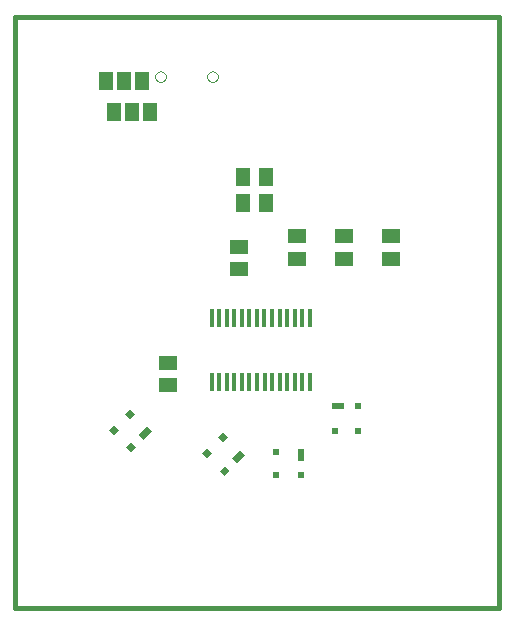
<source format=gbp>
G75*
%MOIN*%
%OFA0B0*%
%FSLAX24Y24*%
%IPPOS*%
%LPD*%
%AMOC8*
5,1,8,0,0,1.08239X$1,22.5*
%
%ADD10C,0.0160*%
%ADD11R,0.0138X0.0591*%
%ADD12C,0.0000*%
%ADD13R,0.0591X0.0512*%
%ADD14R,0.0512X0.0591*%
%ADD15R,0.0394X0.0236*%
%ADD16R,0.0236X0.0236*%
%ADD17R,0.0236X0.0394*%
%ADD18R,0.0236X0.0236*%
%ADD19R,0.0460X0.0630*%
D10*
X001046Y004003D02*
X017188Y004003D01*
X017188Y023688D01*
X001046Y023688D01*
X001046Y004003D01*
D11*
X007612Y011524D03*
X007864Y011524D03*
X008116Y011524D03*
X008368Y011524D03*
X008620Y011524D03*
X008872Y011524D03*
X009124Y011524D03*
X009376Y011524D03*
X009628Y011524D03*
X009880Y011524D03*
X010132Y011524D03*
X010384Y011524D03*
X010636Y011524D03*
X010888Y011524D03*
X010888Y013650D03*
X010636Y013650D03*
X010384Y013650D03*
X010132Y013650D03*
X009880Y013650D03*
X009628Y013650D03*
X009368Y013650D03*
X009124Y013650D03*
X008872Y013650D03*
X008620Y013650D03*
X008368Y013650D03*
X008116Y013650D03*
X007864Y013650D03*
X007612Y013650D03*
D12*
X007464Y021700D02*
X007466Y021726D01*
X007472Y021752D01*
X007482Y021777D01*
X007495Y021800D01*
X007511Y021820D01*
X007531Y021838D01*
X007553Y021853D01*
X007576Y021865D01*
X007602Y021873D01*
X007628Y021877D01*
X007654Y021877D01*
X007680Y021873D01*
X007706Y021865D01*
X007730Y021853D01*
X007751Y021838D01*
X007771Y021820D01*
X007787Y021800D01*
X007800Y021777D01*
X007810Y021752D01*
X007816Y021726D01*
X007818Y021700D01*
X007816Y021674D01*
X007810Y021648D01*
X007800Y021623D01*
X007787Y021600D01*
X007771Y021580D01*
X007751Y021562D01*
X007729Y021547D01*
X007706Y021535D01*
X007680Y021527D01*
X007654Y021523D01*
X007628Y021523D01*
X007602Y021527D01*
X007576Y021535D01*
X007552Y021547D01*
X007531Y021562D01*
X007511Y021580D01*
X007495Y021600D01*
X007482Y021623D01*
X007472Y021648D01*
X007466Y021674D01*
X007464Y021700D01*
X005731Y021700D02*
X005733Y021726D01*
X005739Y021752D01*
X005749Y021777D01*
X005762Y021800D01*
X005778Y021820D01*
X005798Y021838D01*
X005820Y021853D01*
X005843Y021865D01*
X005869Y021873D01*
X005895Y021877D01*
X005921Y021877D01*
X005947Y021873D01*
X005973Y021865D01*
X005997Y021853D01*
X006018Y021838D01*
X006038Y021820D01*
X006054Y021800D01*
X006067Y021777D01*
X006077Y021752D01*
X006083Y021726D01*
X006085Y021700D01*
X006083Y021674D01*
X006077Y021648D01*
X006067Y021623D01*
X006054Y021600D01*
X006038Y021580D01*
X006018Y021562D01*
X005996Y021547D01*
X005973Y021535D01*
X005947Y021527D01*
X005921Y021523D01*
X005895Y021523D01*
X005869Y021527D01*
X005843Y021535D01*
X005819Y021547D01*
X005798Y021562D01*
X005778Y021580D01*
X005762Y021600D01*
X005749Y021623D01*
X005739Y021648D01*
X005733Y021674D01*
X005731Y021700D01*
D13*
X008526Y016031D03*
X008526Y015282D03*
X010455Y015637D03*
X010455Y016385D03*
X012030Y016385D03*
X012030Y015637D03*
X013605Y015637D03*
X013605Y016385D03*
X006164Y012172D03*
X006164Y011424D03*
D14*
X008664Y017507D03*
X009412Y017507D03*
X009412Y018373D03*
X008664Y018373D03*
D15*
X011814Y010716D03*
G36*
X008293Y008983D02*
X008570Y009260D01*
X008737Y009093D01*
X008460Y008816D01*
X008293Y008983D01*
G37*
G36*
X005183Y009770D02*
X005460Y010047D01*
X005627Y009880D01*
X005350Y009603D01*
X005183Y009770D01*
G37*
D16*
X009766Y009180D03*
X009766Y008432D03*
X010593Y008432D03*
X011735Y009889D03*
X012483Y009889D03*
X012483Y010716D03*
D17*
X010593Y009101D03*
D18*
G36*
X007876Y008564D02*
X008042Y008730D01*
X008208Y008564D01*
X008042Y008398D01*
X007876Y008564D01*
G37*
G36*
X007292Y009149D02*
X007458Y009315D01*
X007624Y009149D01*
X007458Y008983D01*
X007292Y009149D01*
G37*
G36*
X007820Y009678D02*
X007986Y009844D01*
X008152Y009678D01*
X007986Y009512D01*
X007820Y009678D01*
G37*
G36*
X004766Y009352D02*
X004932Y009518D01*
X005098Y009352D01*
X004932Y009186D01*
X004766Y009352D01*
G37*
G36*
X004181Y009936D02*
X004347Y010102D01*
X004513Y009936D01*
X004347Y009770D01*
X004181Y009936D01*
G37*
G36*
X004710Y010465D02*
X004876Y010631D01*
X005042Y010465D01*
X004876Y010299D01*
X004710Y010465D01*
G37*
D19*
X004943Y020538D03*
X005543Y020538D03*
X005307Y021562D03*
X004707Y021562D03*
X004107Y021562D03*
X004343Y020538D03*
M02*

</source>
